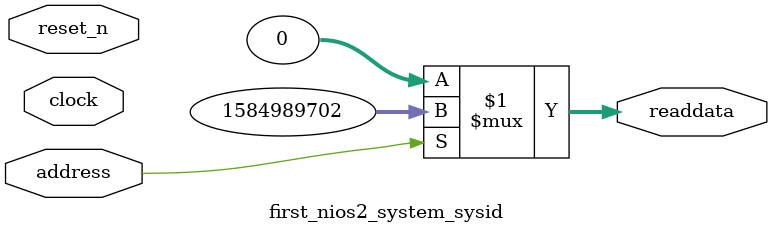
<source format=v>



// synthesis translate_off
`timescale 1ns / 1ps
// synthesis translate_on

// turn off superfluous verilog processor warnings 
// altera message_level Level1 
// altera message_off 10034 10035 10036 10037 10230 10240 10030 

module first_nios2_system_sysid (
               // inputs:
                address,
                clock,
                reset_n,

               // outputs:
                readdata
             )
;

  output  [ 31: 0] readdata;
  input            address;
  input            clock;
  input            reset_n;

  wire    [ 31: 0] readdata;
  //control_slave, which is an e_avalon_slave
  assign readdata = address ? 1584989702 : 0;

endmodule



</source>
